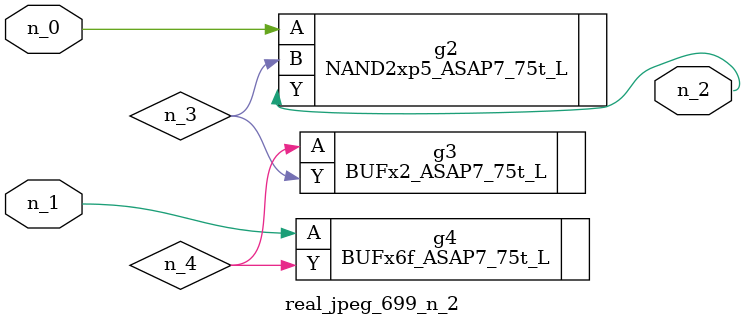
<source format=v>
module real_jpeg_699_n_2 (n_1, n_0, n_2);

input n_1;
input n_0;

output n_2;

wire n_4;
wire n_3;

NAND2xp5_ASAP7_75t_L g2 ( 
.A(n_0),
.B(n_3),
.Y(n_2)
);

BUFx6f_ASAP7_75t_L g4 ( 
.A(n_1),
.Y(n_4)
);

BUFx2_ASAP7_75t_L g3 ( 
.A(n_4),
.Y(n_3)
);


endmodule
</source>
